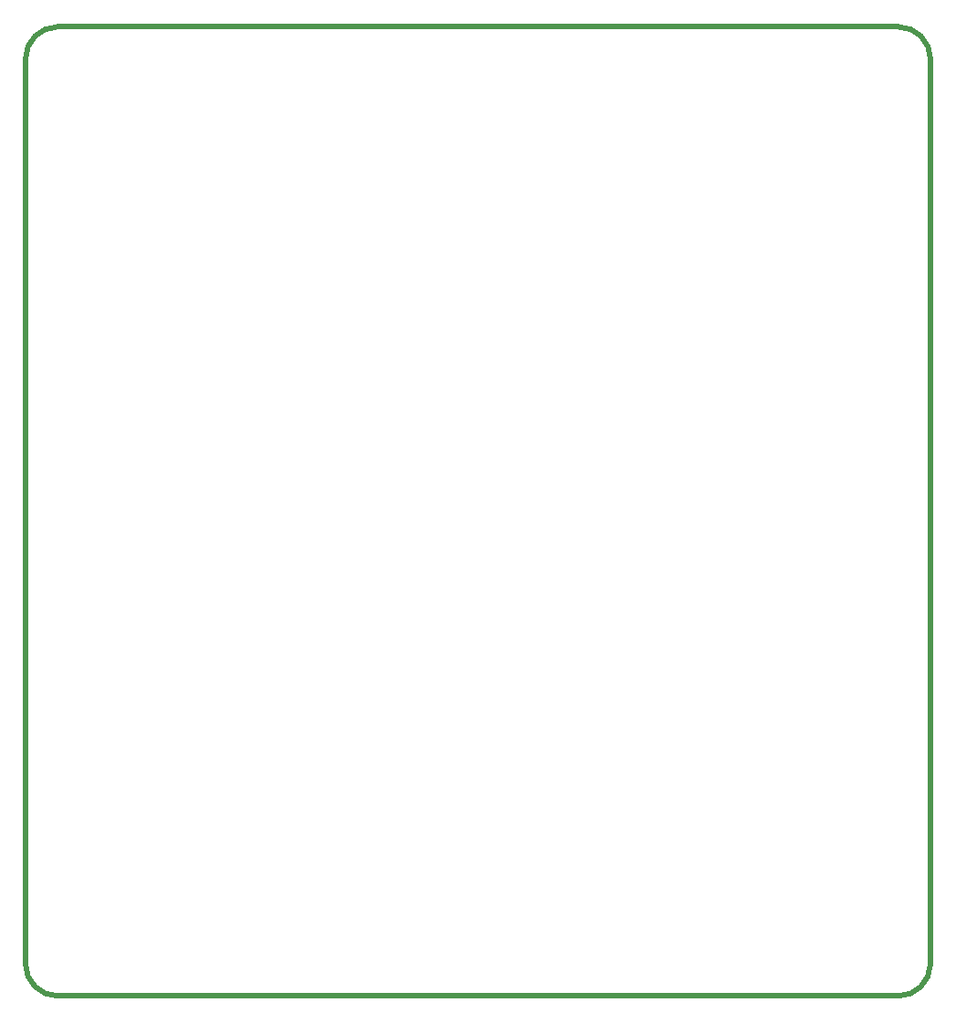
<source format=gbr>
%TF.GenerationSoftware,KiCad,Pcbnew,(5.1.8)-1*%
%TF.CreationDate,2021-12-09T09:07:22-03:00*%
%TF.ProjectId,dsp_amp_2to4,6473705f-616d-4705-9f32-746f342e6b69,1.1*%
%TF.SameCoordinates,Original*%
%TF.FileFunction,Profile,NP*%
%FSLAX46Y46*%
G04 Gerber Fmt 4.6, Leading zero omitted, Abs format (unit mm)*
G04 Created by KiCad (PCBNEW (5.1.8)-1) date 2021-12-09 09:07:22*
%MOMM*%
%LPD*%
G01*
G04 APERTURE LIST*
%TA.AperFunction,Profile*%
%ADD10C,0.500000*%
%TD*%
G04 APERTURE END LIST*
D10*
X50000000Y-53000000D02*
G75*
G02*
X53000000Y-50000000I3000000J0D01*
G01*
X131000000Y-50000000D02*
G75*
G02*
X134000000Y-53000000I0J-3000000D01*
G01*
X134000000Y-137000000D02*
G75*
G02*
X131000000Y-140000000I-3000000J0D01*
G01*
X53000000Y-140000000D02*
G75*
G02*
X50000000Y-137000000I0J3000000D01*
G01*
X131000000Y-140000000D02*
X53000000Y-140000000D01*
X53000000Y-50000000D02*
X131000000Y-50000000D01*
X134000000Y-137000000D02*
X134000000Y-53000000D01*
X50000000Y-53000000D02*
X50000000Y-137000000D01*
M02*

</source>
